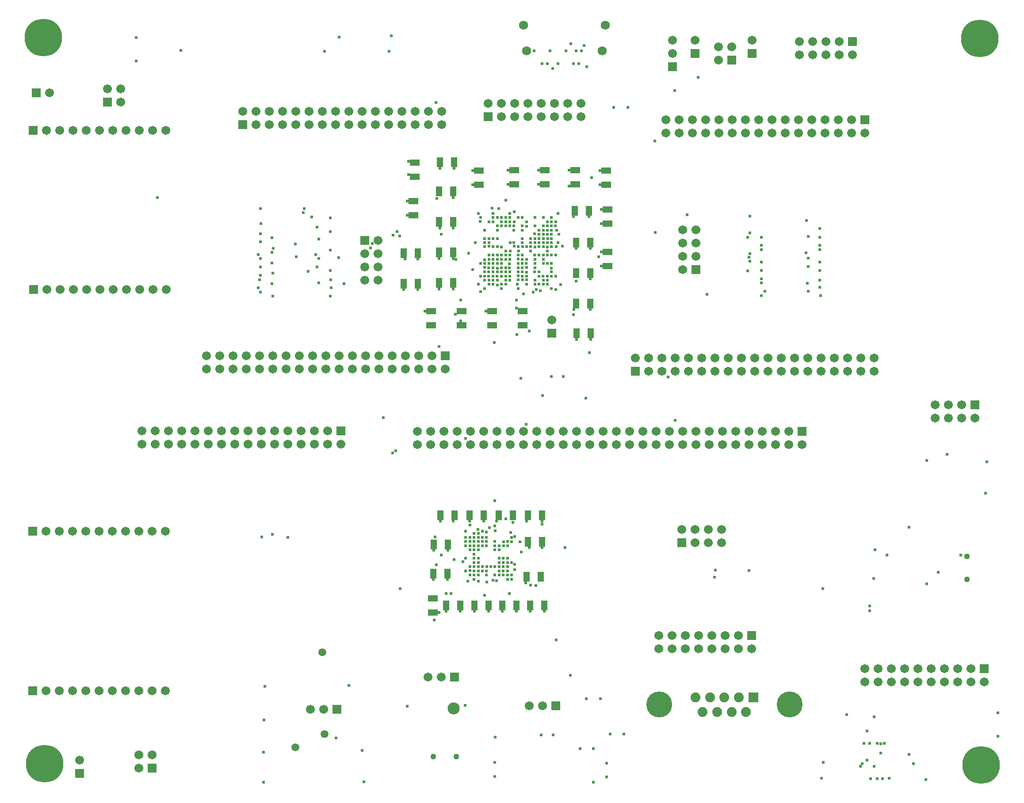
<source format=gbs>
%FSLAX44Y44*%
%MOMM*%
G71*
G01*
G75*
G04 Layer_Color=16711935*
G04:AMPARAMS|DCode=10|XSize=3.5mm|YSize=2.05mm|CornerRadius=0.5125mm|HoleSize=0mm|Usage=FLASHONLY|Rotation=0.000|XOffset=0mm|YOffset=0mm|HoleType=Round|Shape=RoundedRectangle|*
%AMROUNDEDRECTD10*
21,1,3.5000,1.0250,0,0,0.0*
21,1,2.4750,2.0500,0,0,0.0*
1,1,1.0250,1.2375,-0.5125*
1,1,1.0250,-1.2375,-0.5125*
1,1,1.0250,-1.2375,0.5125*
1,1,1.0250,1.2375,0.5125*
%
%ADD10ROUNDEDRECTD10*%
G04:AMPARAMS|DCode=11|XSize=4mm|YSize=2.05mm|CornerRadius=0.5125mm|HoleSize=0mm|Usage=FLASHONLY|Rotation=0.000|XOffset=0mm|YOffset=0mm|HoleType=Round|Shape=RoundedRectangle|*
%AMROUNDEDRECTD11*
21,1,4.0000,1.0250,0,0,0.0*
21,1,2.9750,2.0500,0,0,0.0*
1,1,1.0250,1.4875,-0.5125*
1,1,1.0250,-1.4875,-0.5125*
1,1,1.0250,-1.4875,0.5125*
1,1,1.0250,1.4875,0.5125*
%
%ADD11ROUNDEDRECTD11*%
G04:AMPARAMS|DCode=12|XSize=3.5mm|YSize=2.05mm|CornerRadius=0.5125mm|HoleSize=0mm|Usage=FLASHONLY|Rotation=0.000|XOffset=0mm|YOffset=0mm|HoleType=Round|Shape=RoundedRectangle|*
%AMROUNDEDRECTD12*
21,1,3.5000,1.0250,0,0,0.0*
21,1,2.4750,2.0500,0,0,0.0*
1,1,1.0250,1.2375,-0.5125*
1,1,1.0250,-1.2375,-0.5125*
1,1,1.0250,-1.2375,0.5125*
1,1,1.0250,1.2375,0.5125*
%
%ADD12ROUNDEDRECTD12*%
G04:AMPARAMS|DCode=13|XSize=2.8mm|YSize=0.5mm|CornerRadius=0.125mm|HoleSize=0mm|Usage=FLASHONLY|Rotation=0.000|XOffset=0mm|YOffset=0mm|HoleType=Round|Shape=RoundedRectangle|*
%AMROUNDEDRECTD13*
21,1,2.8000,0.2500,0,0,0.0*
21,1,2.5500,0.5000,0,0,0.0*
1,1,0.2500,1.2750,-0.1250*
1,1,0.2500,-1.2750,-0.1250*
1,1,0.2500,-1.2750,0.1250*
1,1,0.2500,1.2750,0.1250*
%
%ADD13ROUNDEDRECTD13*%
%ADD14R,1.0000X0.7000*%
%ADD15R,0.8500X0.7000*%
%ADD16R,2.1000X1.4000*%
%ADD17R,1.1000X1.7000*%
%ADD18O,1.6000X0.5500*%
%ADD19R,1.1000X2.6000*%
%ADD20R,1.1000X0.6000*%
%ADD21O,0.4500X1.8000*%
%ADD22R,1.0000X2.1500*%
%ADD23R,3.2500X2.1500*%
%ADD24R,2.6000X1.2000*%
%ADD25R,1.2000X2.6000*%
%ADD26R,1.7000X1.1000*%
%ADD27R,0.9500X1.7000*%
%ADD28R,1.3000X1.9000*%
%ADD29C,0.4500*%
%ADD30R,2.6000X1.1000*%
%ADD31R,0.3000X1.9000*%
%ADD32C,0.3600*%
%ADD33R,1.0000X2.4000*%
%ADD34R,3.3000X2.4000*%
G04:AMPARAMS|DCode=35|XSize=3.5mm|YSize=2.05mm|CornerRadius=0.5125mm|HoleSize=0mm|Usage=FLASHONLY|Rotation=270.000|XOffset=0mm|YOffset=0mm|HoleType=Round|Shape=RoundedRectangle|*
%AMROUNDEDRECTD35*
21,1,3.5000,1.0250,0,0,270.0*
21,1,2.4750,2.0500,0,0,270.0*
1,1,1.0250,-0.5125,-1.2375*
1,1,1.0250,-0.5125,1.2375*
1,1,1.0250,0.5125,1.2375*
1,1,1.0250,0.5125,-1.2375*
%
%ADD35ROUNDEDRECTD35*%
G04:AMPARAMS|DCode=36|XSize=4mm|YSize=2.05mm|CornerRadius=0.5125mm|HoleSize=0mm|Usage=FLASHONLY|Rotation=270.000|XOffset=0mm|YOffset=0mm|HoleType=Round|Shape=RoundedRectangle|*
%AMROUNDEDRECTD36*
21,1,4.0000,1.0250,0,0,270.0*
21,1,2.9750,2.0500,0,0,270.0*
1,1,1.0250,-0.5125,-1.4875*
1,1,1.0250,-0.5125,1.4875*
1,1,1.0250,0.5125,1.4875*
1,1,1.0250,0.5125,-1.4875*
%
%ADD36ROUNDEDRECTD36*%
G04:AMPARAMS|DCode=37|XSize=3.5mm|YSize=2.05mm|CornerRadius=0.5125mm|HoleSize=0mm|Usage=FLASHONLY|Rotation=270.000|XOffset=0mm|YOffset=0mm|HoleType=Round|Shape=RoundedRectangle|*
%AMROUNDEDRECTD37*
21,1,3.5000,1.0250,0,0,270.0*
21,1,2.4750,2.0500,0,0,270.0*
1,1,1.0250,-0.5125,-1.2375*
1,1,1.0250,-0.5125,1.2375*
1,1,1.0250,0.5125,1.2375*
1,1,1.0250,0.5125,-1.2375*
%
%ADD37ROUNDEDRECTD37*%
G04:AMPARAMS|DCode=38|XSize=2.8mm|YSize=0.5mm|CornerRadius=0.125mm|HoleSize=0mm|Usage=FLASHONLY|Rotation=270.000|XOffset=0mm|YOffset=0mm|HoleType=Round|Shape=RoundedRectangle|*
%AMROUNDEDRECTD38*
21,1,2.8000,0.2500,0,0,270.0*
21,1,2.5500,0.5000,0,0,270.0*
1,1,0.2500,-0.1250,-1.2750*
1,1,0.2500,-0.1250,1.2750*
1,1,0.2500,0.1250,1.2750*
1,1,0.2500,0.1250,-1.2750*
%
%ADD38ROUNDEDRECTD38*%
%ADD39R,1.8000X2.0000*%
%ADD40R,3.0000X2.5000*%
%ADD41C,0.2000*%
%ADD42C,0.1000*%
%ADD43C,0.2540*%
%ADD44C,0.8000*%
%ADD45C,1.0000*%
%ADD46C,0.5000*%
%ADD47C,1.4000*%
%ADD48C,1.5000*%
%ADD49R,1.5000X1.5000*%
%ADD50C,0.9000*%
%ADD51C,4.7600*%
%ADD52R,1.6900X1.6900*%
%ADD53C,1.6900*%
%ADD54R,1.5000X1.5000*%
%ADD55C,1.5240*%
%ADD56C,0.4000*%
%ADD57C,7.0000*%
%ADD58C,1.3000*%
%ADD59C,2.1000*%
%ADD60C,1.0160*%
%ADD61C,1.4080*%
%ADD62C,1.4080*%
%ADD63C,3.7680*%
%ADD64C,1.5980*%
%ADD65C,1.8080*%
%ADD66C,0.7080*%
%ADD67C,5.5080*%
%ADD68C,2.1080*%
%ADD69C,0.4000*%
%ADD70C,0.2500*%
%ADD71C,0.6000*%
%ADD72C,0.2032*%
%ADD73C,0.1500*%
%ADD74C,0.7000*%
G04:AMPARAMS|DCode=75|XSize=3.7032mm|YSize=2.2532mm|CornerRadius=0.6141mm|HoleSize=0mm|Usage=FLASHONLY|Rotation=0.000|XOffset=0mm|YOffset=0mm|HoleType=Round|Shape=RoundedRectangle|*
%AMROUNDEDRECTD75*
21,1,3.7032,1.0250,0,0,0.0*
21,1,2.4750,2.2532,0,0,0.0*
1,1,1.2282,1.2375,-0.5125*
1,1,1.2282,-1.2375,-0.5125*
1,1,1.2282,-1.2375,0.5125*
1,1,1.2282,1.2375,0.5125*
%
%ADD75ROUNDEDRECTD75*%
G04:AMPARAMS|DCode=76|XSize=4.2032mm|YSize=2.2532mm|CornerRadius=0.6141mm|HoleSize=0mm|Usage=FLASHONLY|Rotation=0.000|XOffset=0mm|YOffset=0mm|HoleType=Round|Shape=RoundedRectangle|*
%AMROUNDEDRECTD76*
21,1,4.2032,1.0250,0,0,0.0*
21,1,2.9750,2.2532,0,0,0.0*
1,1,1.2282,1.4875,-0.5125*
1,1,1.2282,-1.4875,-0.5125*
1,1,1.2282,-1.4875,0.5125*
1,1,1.2282,1.4875,0.5125*
%
%ADD76ROUNDEDRECTD76*%
G04:AMPARAMS|DCode=77|XSize=3.7032mm|YSize=2.2532mm|CornerRadius=0.6141mm|HoleSize=0mm|Usage=FLASHONLY|Rotation=0.000|XOffset=0mm|YOffset=0mm|HoleType=Round|Shape=RoundedRectangle|*
%AMROUNDEDRECTD77*
21,1,3.7032,1.0250,0,0,0.0*
21,1,2.4750,2.2532,0,0,0.0*
1,1,1.2282,1.2375,-0.5125*
1,1,1.2282,-1.2375,-0.5125*
1,1,1.2282,-1.2375,0.5125*
1,1,1.2282,1.2375,0.5125*
%
%ADD77ROUNDEDRECTD77*%
G04:AMPARAMS|DCode=78|XSize=3.0032mm|YSize=0.7032mm|CornerRadius=0.2266mm|HoleSize=0mm|Usage=FLASHONLY|Rotation=0.000|XOffset=0mm|YOffset=0mm|HoleType=Round|Shape=RoundedRectangle|*
%AMROUNDEDRECTD78*
21,1,3.0032,0.2500,0,0,0.0*
21,1,2.5500,0.7032,0,0,0.0*
1,1,0.4532,1.2750,-0.1250*
1,1,0.4532,-1.2750,-0.1250*
1,1,0.4532,-1.2750,0.1250*
1,1,0.4532,1.2750,0.1250*
%
%ADD78ROUNDEDRECTD78*%
%ADD79R,1.2032X0.9032*%
%ADD80R,1.0532X0.9032*%
%ADD81R,2.3032X1.6032*%
%ADD82R,1.3032X1.9032*%
%ADD83O,1.8032X0.7532*%
%ADD84R,1.3032X2.8032*%
%ADD85R,1.3032X0.8032*%
%ADD86O,0.6532X2.0032*%
%ADD87R,1.2032X2.3532*%
%ADD88R,3.4532X2.3532*%
%ADD89R,2.8032X1.4032*%
%ADD90R,1.4032X2.8032*%
%ADD91R,1.9032X1.3032*%
%ADD92R,1.1532X1.9032*%
%ADD93R,1.5032X2.1032*%
%ADD94C,0.5700*%
%ADD95R,2.8032X1.3032*%
%ADD96R,0.5032X2.1032*%
%ADD97C,0.4800*%
%ADD98R,1.2032X2.6032*%
%ADD99R,3.5032X2.6032*%
G04:AMPARAMS|DCode=100|XSize=3.7032mm|YSize=2.2532mm|CornerRadius=0.6141mm|HoleSize=0mm|Usage=FLASHONLY|Rotation=270.000|XOffset=0mm|YOffset=0mm|HoleType=Round|Shape=RoundedRectangle|*
%AMROUNDEDRECTD100*
21,1,3.7032,1.0250,0,0,270.0*
21,1,2.4750,2.2532,0,0,270.0*
1,1,1.2282,-0.5125,-1.2375*
1,1,1.2282,-0.5125,1.2375*
1,1,1.2282,0.5125,1.2375*
1,1,1.2282,0.5125,-1.2375*
%
%ADD100ROUNDEDRECTD100*%
G04:AMPARAMS|DCode=101|XSize=4.2032mm|YSize=2.2532mm|CornerRadius=0.6141mm|HoleSize=0mm|Usage=FLASHONLY|Rotation=270.000|XOffset=0mm|YOffset=0mm|HoleType=Round|Shape=RoundedRectangle|*
%AMROUNDEDRECTD101*
21,1,4.2032,1.0250,0,0,270.0*
21,1,2.9750,2.2532,0,0,270.0*
1,1,1.2282,-0.5125,-1.4875*
1,1,1.2282,-0.5125,1.4875*
1,1,1.2282,0.5125,1.4875*
1,1,1.2282,0.5125,-1.4875*
%
%ADD101ROUNDEDRECTD101*%
G04:AMPARAMS|DCode=102|XSize=3.7032mm|YSize=2.2532mm|CornerRadius=0.6141mm|HoleSize=0mm|Usage=FLASHONLY|Rotation=270.000|XOffset=0mm|YOffset=0mm|HoleType=Round|Shape=RoundedRectangle|*
%AMROUNDEDRECTD102*
21,1,3.7032,1.0250,0,0,270.0*
21,1,2.4750,2.2532,0,0,270.0*
1,1,1.2282,-0.5125,-1.2375*
1,1,1.2282,-0.5125,1.2375*
1,1,1.2282,0.5125,1.2375*
1,1,1.2282,0.5125,-1.2375*
%
%ADD102ROUNDEDRECTD102*%
G04:AMPARAMS|DCode=103|XSize=3.0032mm|YSize=0.7032mm|CornerRadius=0.2266mm|HoleSize=0mm|Usage=FLASHONLY|Rotation=270.000|XOffset=0mm|YOffset=0mm|HoleType=Round|Shape=RoundedRectangle|*
%AMROUNDEDRECTD103*
21,1,3.0032,0.2500,0,0,270.0*
21,1,2.5500,0.7032,0,0,270.0*
1,1,0.4532,-0.1250,-1.2750*
1,1,0.4532,-0.1250,1.2750*
1,1,0.4532,0.1250,1.2750*
1,1,0.4532,0.1250,-1.2750*
%
%ADD103ROUNDEDRECTD103*%
%ADD104R,2.0032X2.2032*%
%ADD105R,3.2032X2.7032*%
%ADD106C,1.7032*%
%ADD107R,1.7032X1.7032*%
%ADD108C,1.1032*%
%ADD109C,4.9632*%
%ADD110R,1.8932X1.8932*%
%ADD111C,1.8932*%
%ADD112R,1.7032X1.7032*%
%ADD113C,1.7272*%
%ADD114C,0.6032*%
%ADD115C,7.2032*%
%ADD116C,1.5032*%
%ADD117C,2.3032*%
D82*
X1387420Y1123560D02*
D03*
X1414420D02*
D03*
X1321580Y1296280D02*
D03*
X1348580D02*
D03*
X1336350Y1240400D02*
D03*
X1309350D02*
D03*
X1332810Y1123560D02*
D03*
X1359810D02*
D03*
X1440760D02*
D03*
X1467760D02*
D03*
X1494100D02*
D03*
X1521100D02*
D03*
X1377460Y1296280D02*
D03*
X1404460D02*
D03*
X1433340D02*
D03*
X1460340D02*
D03*
X1489220D02*
D03*
X1516220D02*
D03*
X1489690Y1245480D02*
D03*
X1516690D02*
D03*
X1308080Y1184520D02*
D03*
X1335080D02*
D03*
X1487150Y1178170D02*
D03*
X1514150D02*
D03*
X1346010Y1916370D02*
D03*
X1319010D02*
D03*
X1346010Y1857950D02*
D03*
X1319010D02*
D03*
Y1799530D02*
D03*
X1346010D02*
D03*
X1319010Y1741110D02*
D03*
X1346010D02*
D03*
X1251700Y1739840D02*
D03*
X1278700D02*
D03*
X1251700Y1798260D02*
D03*
X1278700D02*
D03*
X1609700Y1644590D02*
D03*
X1582700D02*
D03*
X1321080Y1972250D02*
D03*
X1348080D02*
D03*
X1605890Y1879540D02*
D03*
X1578890D02*
D03*
X1581900Y1818580D02*
D03*
X1608900D02*
D03*
X1581900Y1760160D02*
D03*
X1608900D02*
D03*
X1581900Y1701740D02*
D03*
X1608900D02*
D03*
D91*
X1307610Y1137060D02*
D03*
Y1110060D02*
D03*
X1641920Y1773330D02*
D03*
Y1800330D02*
D03*
Y1881610D02*
D03*
Y1854610D02*
D03*
X1639380Y1956540D02*
D03*
Y1929540D02*
D03*
X1269810Y1898120D02*
D03*
Y1871120D02*
D03*
X1272350Y1971780D02*
D03*
Y1944780D02*
D03*
X1579690Y1930340D02*
D03*
Y1957340D02*
D03*
X1521270Y1930340D02*
D03*
Y1957340D02*
D03*
X1462850D02*
D03*
Y1930340D02*
D03*
X1395540Y1956540D02*
D03*
Y1929540D02*
D03*
X1479360Y1659830D02*
D03*
Y1686830D02*
D03*
X1420940Y1659830D02*
D03*
Y1686830D02*
D03*
X1362520D02*
D03*
Y1659830D02*
D03*
X1304100Y1686830D02*
D03*
Y1659830D02*
D03*
D106*
X873760Y1576070D02*
D03*
Y1601470D02*
D03*
X899160Y1576070D02*
D03*
Y1601470D02*
D03*
X924560Y1576070D02*
D03*
Y1601470D02*
D03*
X949960Y1576070D02*
D03*
Y1601470D02*
D03*
X975360Y1576070D02*
D03*
Y1601470D02*
D03*
X1000760Y1576070D02*
D03*
Y1601470D02*
D03*
X1026160Y1576070D02*
D03*
Y1601470D02*
D03*
X1051560Y1576070D02*
D03*
Y1601470D02*
D03*
X1076960Y1576070D02*
D03*
Y1601470D02*
D03*
X1102360Y1576070D02*
D03*
Y1601470D02*
D03*
X1127760Y1576070D02*
D03*
Y1601470D02*
D03*
X1153160Y1576070D02*
D03*
Y1601470D02*
D03*
X1178560Y1576070D02*
D03*
Y1601470D02*
D03*
X1203960Y1576070D02*
D03*
Y1601470D02*
D03*
X1229360Y1576070D02*
D03*
Y1601470D02*
D03*
X1254760Y1576070D02*
D03*
Y1601470D02*
D03*
X1280160Y1576070D02*
D03*
Y1601470D02*
D03*
X1305560Y1576070D02*
D03*
Y1601470D02*
D03*
X1330960Y1576070D02*
D03*
X1202690Y1746250D02*
D03*
X1177290D02*
D03*
X1202690Y1771650D02*
D03*
X1177290D02*
D03*
X1202690Y1797050D02*
D03*
X1177290D02*
D03*
X1202690Y1822450D02*
D03*
X1785620Y1842770D02*
D03*
X1811020D02*
D03*
X1785620Y1817370D02*
D03*
X1811020D02*
D03*
X1785620Y1791970D02*
D03*
X1811020D02*
D03*
X1785620Y1766570D02*
D03*
X573700Y2105200D02*
D03*
X568000Y1728600D02*
D03*
X593400D02*
D03*
X618800D02*
D03*
X644200D02*
D03*
X669600D02*
D03*
X695000D02*
D03*
X720400D02*
D03*
X745800D02*
D03*
X771200D02*
D03*
X796600D02*
D03*
X567800Y2033600D02*
D03*
X593200D02*
D03*
X618600D02*
D03*
X644000D02*
D03*
X669400D02*
D03*
X694800D02*
D03*
X720200D02*
D03*
X745600D02*
D03*
X771000D02*
D03*
X796400D02*
D03*
X709700Y2113000D02*
D03*
Y2087600D02*
D03*
X684300Y2113000D02*
D03*
X1379220Y1456690D02*
D03*
Y1431290D02*
D03*
X1353820Y1456690D02*
D03*
Y1431290D02*
D03*
X1328420Y1456690D02*
D03*
Y1431290D02*
D03*
X1303020Y1456690D02*
D03*
Y1431290D02*
D03*
X1277620Y1456690D02*
D03*
Y1431290D02*
D03*
X2014220D02*
D03*
X1988820Y1456690D02*
D03*
Y1431290D02*
D03*
X1963420Y1456690D02*
D03*
Y1431290D02*
D03*
X1938020Y1456690D02*
D03*
Y1431290D02*
D03*
X1912620Y1456690D02*
D03*
Y1431290D02*
D03*
X1887220Y1456690D02*
D03*
Y1431290D02*
D03*
X1861820Y1456690D02*
D03*
Y1431290D02*
D03*
X1836420Y1456690D02*
D03*
Y1431290D02*
D03*
X1811020Y1456690D02*
D03*
Y1431290D02*
D03*
X1785620Y1456690D02*
D03*
Y1431290D02*
D03*
X1760220Y1456690D02*
D03*
Y1431290D02*
D03*
X1734820Y1456690D02*
D03*
Y1431290D02*
D03*
X1709420Y1456690D02*
D03*
Y1431290D02*
D03*
X1684020Y1456690D02*
D03*
Y1431290D02*
D03*
X1658620Y1456690D02*
D03*
Y1431290D02*
D03*
X1633220Y1456690D02*
D03*
Y1431290D02*
D03*
X1607820Y1456690D02*
D03*
Y1431290D02*
D03*
X1582420Y1456690D02*
D03*
Y1431290D02*
D03*
X1557020Y1456690D02*
D03*
Y1431290D02*
D03*
X1531620Y1456690D02*
D03*
Y1431290D02*
D03*
X1506220Y1456690D02*
D03*
Y1431290D02*
D03*
X1480820Y1456690D02*
D03*
Y1431290D02*
D03*
X1455420Y1456690D02*
D03*
Y1431290D02*
D03*
X1430020Y1456690D02*
D03*
Y1431290D02*
D03*
X1404620Y1456690D02*
D03*
Y1431290D02*
D03*
X566300Y960120D02*
D03*
X591700D02*
D03*
X617100D02*
D03*
X642500D02*
D03*
X667900D02*
D03*
X693300D02*
D03*
X718700D02*
D03*
X744100D02*
D03*
X769500D02*
D03*
X794900D02*
D03*
X566300Y1265100D02*
D03*
X591700D02*
D03*
X617100D02*
D03*
X642500D02*
D03*
X667900D02*
D03*
X693300D02*
D03*
X718700D02*
D03*
X744100D02*
D03*
X769500D02*
D03*
X794900D02*
D03*
X744220Y836930D02*
D03*
X769620D02*
D03*
X744220Y811530D02*
D03*
X631190Y826770D02*
D03*
X1324610Y2070100D02*
D03*
Y2044700D02*
D03*
X1299210Y2070100D02*
D03*
Y2044700D02*
D03*
X1273810Y2070100D02*
D03*
Y2044700D02*
D03*
X1248410Y2070100D02*
D03*
Y2044700D02*
D03*
X1223010Y2070100D02*
D03*
Y2044700D02*
D03*
X1197610Y2070100D02*
D03*
Y2044700D02*
D03*
X1172210Y2070100D02*
D03*
Y2044700D02*
D03*
X1146810Y2070100D02*
D03*
Y2044700D02*
D03*
X1121410Y2070100D02*
D03*
Y2044700D02*
D03*
X1096010Y2070100D02*
D03*
Y2044700D02*
D03*
X1070610Y2070100D02*
D03*
Y2044700D02*
D03*
X1045210Y2070100D02*
D03*
Y2044700D02*
D03*
X1019810Y2070100D02*
D03*
Y2044700D02*
D03*
X994410Y2070100D02*
D03*
Y2044700D02*
D03*
X969010Y2070100D02*
D03*
Y2044700D02*
D03*
X943610Y2070100D02*
D03*
X1753870Y2028190D02*
D03*
Y2053590D02*
D03*
X1779270Y2028190D02*
D03*
Y2053590D02*
D03*
X1804670Y2028190D02*
D03*
Y2053590D02*
D03*
X1830070Y2028190D02*
D03*
Y2053590D02*
D03*
X1855470Y2028190D02*
D03*
Y2053590D02*
D03*
X1880870Y2028190D02*
D03*
Y2053590D02*
D03*
X1906270Y2028190D02*
D03*
Y2053590D02*
D03*
X1931670Y2028190D02*
D03*
Y2053590D02*
D03*
X1957070Y2028190D02*
D03*
Y2053590D02*
D03*
X1982470Y2028190D02*
D03*
Y2053590D02*
D03*
X2007870Y2028190D02*
D03*
Y2053590D02*
D03*
X2033270Y2028190D02*
D03*
Y2053590D02*
D03*
X2058670Y2028190D02*
D03*
Y2053590D02*
D03*
X2084070Y2028190D02*
D03*
Y2053590D02*
D03*
X2109470Y2028190D02*
D03*
Y2053590D02*
D03*
X2134870Y2028190D02*
D03*
X2152650Y1597660D02*
D03*
Y1572260D02*
D03*
X2127250Y1597660D02*
D03*
Y1572260D02*
D03*
X2101850Y1597660D02*
D03*
Y1572260D02*
D03*
X2076450Y1597660D02*
D03*
Y1572260D02*
D03*
X2051050Y1597660D02*
D03*
Y1572260D02*
D03*
X2025650Y1597660D02*
D03*
Y1572260D02*
D03*
X2000250Y1597660D02*
D03*
Y1572260D02*
D03*
X1974850Y1597660D02*
D03*
Y1572260D02*
D03*
X1949450Y1597660D02*
D03*
Y1572260D02*
D03*
X1924050Y1597660D02*
D03*
Y1572260D02*
D03*
X1898650Y1597660D02*
D03*
Y1572260D02*
D03*
X1873250Y1597660D02*
D03*
Y1572260D02*
D03*
X1847850Y1597660D02*
D03*
Y1572260D02*
D03*
X1822450Y1597660D02*
D03*
Y1572260D02*
D03*
X1797050Y1597660D02*
D03*
Y1572260D02*
D03*
X1771650Y1597660D02*
D03*
Y1572260D02*
D03*
X1746250Y1597660D02*
D03*
Y1572260D02*
D03*
X1720850Y1597660D02*
D03*
Y1572260D02*
D03*
X1695450Y1597660D02*
D03*
X1917700Y1040130D02*
D03*
X1892300Y1065530D02*
D03*
Y1040130D02*
D03*
X1866900Y1065530D02*
D03*
Y1040130D02*
D03*
X1841500Y1065530D02*
D03*
Y1040130D02*
D03*
X1816100Y1065530D02*
D03*
Y1040130D02*
D03*
X1790700Y1065530D02*
D03*
Y1040130D02*
D03*
X1765300Y1065530D02*
D03*
Y1040130D02*
D03*
X1739900Y1065530D02*
D03*
Y1040130D02*
D03*
X1517100Y931000D02*
D03*
X1491700D02*
D03*
X1323100Y986000D02*
D03*
X1297700D02*
D03*
X1098000Y924400D02*
D03*
X1072600D02*
D03*
X1860550Y1268730D02*
D03*
Y1243330D02*
D03*
X1835150Y1268730D02*
D03*
Y1243330D02*
D03*
X1809750Y1268730D02*
D03*
Y1243330D02*
D03*
X1784350Y1268730D02*
D03*
X2363470Y976630D02*
D03*
X2338070Y1002030D02*
D03*
Y976630D02*
D03*
X2312670Y1002030D02*
D03*
Y976630D02*
D03*
X2287270Y1002030D02*
D03*
Y976630D02*
D03*
X2261870Y1002030D02*
D03*
Y976630D02*
D03*
X2236470Y1002030D02*
D03*
Y976630D02*
D03*
X2211070Y1002030D02*
D03*
Y976630D02*
D03*
X2185670Y1002030D02*
D03*
Y976630D02*
D03*
X2160270Y1002030D02*
D03*
Y976630D02*
D03*
X2134870Y1002030D02*
D03*
Y976630D02*
D03*
X2009140Y2178050D02*
D03*
Y2203450D02*
D03*
X2034540Y2178050D02*
D03*
Y2203450D02*
D03*
X2059940Y2178050D02*
D03*
Y2203450D02*
D03*
X2085340Y2178050D02*
D03*
Y2203450D02*
D03*
X2110740Y2178050D02*
D03*
X1413510Y2085340D02*
D03*
X1438910Y2059940D02*
D03*
Y2085340D02*
D03*
X1464310Y2059940D02*
D03*
Y2085340D02*
D03*
X1489710Y2059940D02*
D03*
Y2085340D02*
D03*
X1515110Y2059940D02*
D03*
Y2085340D02*
D03*
X1540510Y2059940D02*
D03*
Y2085340D02*
D03*
X1565910Y2059940D02*
D03*
Y2085340D02*
D03*
X1591310Y2059940D02*
D03*
Y2085340D02*
D03*
X1918970Y2205990D02*
D03*
X1854200Y2193290D02*
D03*
X1879600D02*
D03*
X1854200Y2167890D02*
D03*
X1809750Y2205990D02*
D03*
X1766570Y2180590D02*
D03*
Y2205990D02*
D03*
X1535240Y1669990D02*
D03*
X2269490Y1482090D02*
D03*
Y1507490D02*
D03*
X2294890Y1482090D02*
D03*
Y1507490D02*
D03*
X2320290Y1482090D02*
D03*
Y1507490D02*
D03*
X2345690Y1482090D02*
D03*
X750570Y1432560D02*
D03*
Y1457960D02*
D03*
X775970Y1432560D02*
D03*
Y1457960D02*
D03*
X801370Y1432560D02*
D03*
Y1457960D02*
D03*
X826770Y1432560D02*
D03*
Y1457960D02*
D03*
X852170Y1432560D02*
D03*
Y1457960D02*
D03*
X877570Y1432560D02*
D03*
Y1457960D02*
D03*
X902970Y1432560D02*
D03*
Y1457960D02*
D03*
X928370Y1432560D02*
D03*
Y1457960D02*
D03*
X953770Y1432560D02*
D03*
Y1457960D02*
D03*
X979170Y1432560D02*
D03*
Y1457960D02*
D03*
X1004570Y1432560D02*
D03*
Y1457960D02*
D03*
X1029970Y1432560D02*
D03*
Y1457960D02*
D03*
X1055370Y1432560D02*
D03*
Y1457960D02*
D03*
X1080770Y1432560D02*
D03*
Y1457960D02*
D03*
X1106170Y1432560D02*
D03*
Y1457960D02*
D03*
X1131570Y1432560D02*
D03*
D107*
X1330960Y1601470D02*
D03*
X548300Y2105200D02*
D03*
X542600Y1728600D02*
D03*
X542400Y2033600D02*
D03*
X684300Y2087600D02*
D03*
X2014220Y1456690D02*
D03*
X540900Y960120D02*
D03*
Y1265100D02*
D03*
X943610Y2044700D02*
D03*
X2134870Y2053590D02*
D03*
X1695450Y1572260D02*
D03*
X1917700Y1065530D02*
D03*
X1542500Y931000D02*
D03*
X1348500Y986000D02*
D03*
X1123400Y924400D02*
D03*
X1784350Y1243330D02*
D03*
X2363470Y1002030D02*
D03*
X2110740Y2203450D02*
D03*
X1413510Y2059940D02*
D03*
X2345690Y1507490D02*
D03*
X1131570Y1457960D02*
D03*
D108*
X2329950Y1172900D02*
D03*
Y1216900D02*
D03*
X1308450Y834000D02*
D03*
X1352450D02*
D03*
D109*
X1740680Y933200D02*
D03*
X1990580D02*
D03*
D110*
X1921030Y947400D02*
D03*
D111*
X1907180Y919000D02*
D03*
X1893330Y947400D02*
D03*
X1879480Y919000D02*
D03*
X1865630Y947400D02*
D03*
X1851780Y919000D02*
D03*
X1837930Y947400D02*
D03*
X1824080Y919000D02*
D03*
X1810230Y947400D02*
D03*
D112*
X1177290Y1822450D02*
D03*
X1811020Y1766570D02*
D03*
X769620Y811530D02*
D03*
X631190Y801370D02*
D03*
X1918970Y2180590D02*
D03*
X1879600Y2167890D02*
D03*
X1809750Y2180590D02*
D03*
X1766570Y2155190D02*
D03*
X1535240Y1644590D02*
D03*
D113*
X1631950Y2185670D02*
D03*
X1486950D02*
D03*
X1637950Y2234670D02*
D03*
X1480950D02*
D03*
D114*
X1455597Y1802096D02*
D03*
X1910600Y1828800D02*
D03*
X1913100Y1790300D02*
D03*
X1243700Y1831100D02*
D03*
X1555200Y1811300D02*
D03*
X1500000Y1723700D02*
D03*
X1505000Y1161000D02*
D03*
X1494500Y1162200D02*
D03*
X1429400Y1170900D02*
D03*
X1470597Y1747397D02*
D03*
X1479296Y1747012D02*
D03*
X1469497Y1738797D02*
D03*
X1467697Y1707997D02*
D03*
X1502497Y1762500D02*
D03*
X1487102Y1770702D02*
D03*
X1486916Y1761744D02*
D03*
X1487291Y1746891D02*
D03*
X1478788Y1754212D02*
D03*
X1470700Y1762300D02*
D03*
X1478700D02*
D03*
X1478788Y1770126D02*
D03*
Y1778254D02*
D03*
X1470660Y1754886D02*
D03*
X1502700Y1770300D02*
D03*
X1502664Y1778254D02*
D03*
X1486700Y1738300D02*
D03*
Y1754300D02*
D03*
X1502664Y1746250D02*
D03*
X1471168Y1730248D02*
D03*
X1502664Y1738376D02*
D03*
X1510700Y1738300D02*
D03*
X1505712Y1728216D02*
D03*
X1470700Y1770300D02*
D03*
X1510700Y1762300D02*
D03*
Y1754300D02*
D03*
X1486400Y1778300D02*
D03*
X1430782Y1778254D02*
D03*
X1384030Y1766300D02*
D03*
X1406700Y1778300D02*
D03*
X1414780Y1778380D02*
D03*
X1406652Y1771142D02*
D03*
X1413764Y1770380D02*
D03*
X1422654D02*
D03*
X1422700Y1778300D02*
D03*
X1422782Y1786382D02*
D03*
X1430782Y1769618D02*
D03*
X1394206Y1189624D02*
D03*
X1386078Y1181608D02*
D03*
X1458280Y1205550D02*
D03*
X1450289Y1237539D02*
D03*
X1370330Y1213612D02*
D03*
X1364742Y1207008D02*
D03*
X1848612Y1190752D02*
D03*
X1314196Y1201166D02*
D03*
X1518666Y1746250D02*
D03*
X1526794Y1738376D02*
D03*
X1410208Y1237488D02*
D03*
X1542664Y1858264D02*
D03*
X1510534Y1834134D02*
D03*
X1543304Y1810512D02*
D03*
X1541526Y1850390D02*
D03*
X1494790Y1818386D02*
D03*
X1526601Y1842201D02*
D03*
X1544694Y1842262D02*
D03*
X1548892Y1834388D02*
D03*
X1502664Y1818386D02*
D03*
X1510792D02*
D03*
X1526790Y1818390D02*
D03*
X1732800Y2013272D02*
D03*
X1611376Y1943100D02*
D03*
X1503172Y1810258D02*
D03*
X1552194Y1737614D02*
D03*
X1518666Y1794256D02*
D03*
X1526794Y1794510D02*
D03*
X1546860Y1818386D02*
D03*
X1394206Y1253624D02*
D03*
X1394714Y1738376D02*
D03*
X1406652Y1746252D02*
D03*
X1360550Y1708150D02*
D03*
X1406652Y1762252D02*
D03*
X1398778Y1778254D02*
D03*
X1406652Y1785366D02*
D03*
X1351534Y1786382D02*
D03*
X1375664Y1798300D02*
D03*
X1414780Y1786382D02*
D03*
X1043940Y1815592D02*
D03*
X1414780Y1811528D02*
D03*
X1406652Y1818386D02*
D03*
X1313434Y2086864D02*
D03*
X1388872Y1818386D02*
D03*
X1430782Y1786382D02*
D03*
X1414697Y1818303D02*
D03*
X1394206Y1261618D02*
D03*
X979678Y1254252D02*
D03*
X1386078Y1245616D02*
D03*
X1370330Y1237488D02*
D03*
X1386216Y1229614D02*
D03*
X1378204D02*
D03*
X1454658Y1746250D02*
D03*
X1454718Y1754318D02*
D03*
X1486408Y1470152D02*
D03*
X1600200Y1520190D02*
D03*
X1414780Y1738380D02*
D03*
X1212596Y1482852D02*
D03*
X1361180Y1668780D02*
D03*
X1422652Y1746252D02*
D03*
X1414650Y1746250D02*
D03*
X1414271Y1753871D02*
D03*
X1430020Y1754378D02*
D03*
X1446717Y1746317D02*
D03*
X1438656Y1730248D02*
D03*
X1624584Y1791208D02*
D03*
X1534668Y1769364D02*
D03*
X1223264Y2184870D02*
D03*
X1534652Y1762252D02*
D03*
X1100328Y2184870D02*
D03*
X1433576Y1883390D02*
D03*
X1454658Y1874266D02*
D03*
X1045972Y1791208D02*
D03*
X1462698Y1850302D02*
D03*
X1470792Y1866392D02*
D03*
X1486662Y1849374D02*
D03*
X1463294Y1858264D02*
D03*
X1438656Y1866392D02*
D03*
X1454610Y1850390D02*
D03*
X1454658Y1858264D02*
D03*
Y1866392D02*
D03*
X1402334Y1253490D02*
D03*
X1422654Y1874266D02*
D03*
X1438610Y1850390D02*
D03*
X1438656Y1857756D02*
D03*
X1536950Y2151634D02*
D03*
X1136904Y1739590D02*
D03*
X2048256Y1732788D02*
D03*
X2026212Y1724914D02*
D03*
X1110996Y1715590D02*
D03*
X1001014D02*
D03*
X973328Y1731590D02*
D03*
X1914144Y1868860D02*
D03*
X1060688Y1883590D02*
D03*
X1075690Y1867590D02*
D03*
X2022602Y1860860D02*
D03*
X1110996Y1865376D02*
D03*
X1068832Y1763590D02*
D03*
X2048256Y1780794D02*
D03*
X2026158Y1788922D02*
D03*
X1088898Y1787652D02*
D03*
X1936242Y1828860D02*
D03*
X1001911Y1807464D02*
D03*
X1239012Y1839468D02*
D03*
X977132Y1787652D02*
D03*
X1191514Y1816608D02*
D03*
X998982Y1779524D02*
D03*
X1914144Y1782572D02*
D03*
X976884Y1755648D02*
D03*
X975360Y1747590D02*
D03*
X1110996Y1839722D02*
D03*
X1442212Y1189482D02*
D03*
X1458214Y1181616D02*
D03*
X1458350Y1173480D02*
D03*
X2291880Y1412494D02*
D03*
X1410379Y1167975D02*
D03*
X1386332Y1197582D02*
D03*
X1450340Y1213612D02*
D03*
X1476502Y1225296D02*
D03*
X1464190Y1201540D02*
D03*
X1374166Y1169416D02*
D03*
X1426210Y1275334D02*
D03*
X1245108Y1155192D02*
D03*
X1394206Y1197610D02*
D03*
X1402334Y1189584D02*
D03*
X1410232Y1189458D02*
D03*
X1386332Y1237488D02*
D03*
X1450340Y1197610D02*
D03*
X1323086Y1219454D02*
D03*
X1596950Y2195830D02*
D03*
X1601950Y2155190D02*
D03*
X1434338Y1237488D02*
D03*
X1442466Y1245362D02*
D03*
X1410208Y1181608D02*
D03*
X1332484Y1146302D02*
D03*
X2054098Y1155700D02*
D03*
X1454150Y1146302D02*
D03*
X1456182Y1262634D02*
D03*
X1341726Y1146302D02*
D03*
X1426464Y1266698D02*
D03*
X1770378Y2109978D02*
D03*
X1815769Y2135124D02*
D03*
X1398228Y1858772D02*
D03*
X780034Y1905000D02*
D03*
X1518666Y1850390D02*
D03*
X1447038Y1289096D02*
D03*
X2143506Y1122680D02*
D03*
X1474216Y1245362D02*
D03*
X1464310Y1255268D02*
D03*
X2143506Y1112770D02*
D03*
X2168398Y790956D02*
D03*
X2171590Y859028D02*
D03*
X2152090Y910082D02*
D03*
X2165090Y858526D02*
D03*
X2158492Y859126D02*
D03*
X1771142Y1477858D02*
D03*
X1406290Y1142746D02*
D03*
X1410208Y1263396D02*
D03*
X1516380Y1278636D02*
D03*
X1467866Y1642364D02*
D03*
X1426210Y1229614D02*
D03*
X1570990Y989330D02*
D03*
X1434338Y1229614D02*
D03*
X1425702Y1323594D02*
D03*
X1434338Y1189492D02*
D03*
X1415796Y1272032D02*
D03*
X1402334Y1197610D02*
D03*
X2024126Y1740408D02*
D03*
X1378204Y1181608D02*
D03*
X1510744Y1794256D02*
D03*
X1394206Y1213612D02*
D03*
X1442466Y1237488D02*
D03*
X1453642Y1770380D02*
D03*
X1394206Y1229614D02*
D03*
X1453896Y1778000D02*
D03*
X1446782Y1770382D02*
D03*
X1422656Y1794776D02*
D03*
X1494790Y1802384D02*
D03*
X1386236Y1221486D02*
D03*
X1467860Y1692926D02*
D03*
X1370076Y1443482D02*
D03*
X1518666Y1818386D02*
D03*
X1526794Y1810258D02*
D03*
X1794510Y1871726D02*
D03*
X1502664Y1826260D02*
D03*
X1606804Y1607566D02*
D03*
X1534668Y1794256D02*
D03*
X1410208Y1245616D02*
D03*
X1418336Y1197494D02*
D03*
X1402334Y1265560D02*
D03*
X1386332Y1213612D02*
D03*
X1393698Y1269238D02*
D03*
X1517650Y1525778D02*
D03*
X1394206Y1245616D02*
D03*
X1491722Y1233980D02*
D03*
X1502062Y1794617D02*
D03*
X1526794Y1834388D02*
D03*
X1758188Y1560830D02*
D03*
X1577044Y1679956D02*
D03*
X1534668Y1850390D02*
D03*
X1502618Y1786382D02*
D03*
X1568190Y1926276D02*
D03*
X1526790Y1850390D02*
D03*
X1510792Y1826260D02*
D03*
X1512824Y1726184D02*
D03*
X2139090Y882904D02*
D03*
X2274786Y1186900D02*
D03*
X2252730Y1164844D02*
D03*
X2318258Y1219962D02*
D03*
X2177130D02*
D03*
X1487188Y1284780D02*
D03*
X1370330Y1189482D02*
D03*
X1846580Y1177544D02*
D03*
X1450340Y1245616D02*
D03*
X2152142Y814832D02*
D03*
X2129320Y820420D02*
D03*
X1348232Y1211072D02*
D03*
X1464307Y1191511D02*
D03*
X1450340Y1189482D02*
D03*
X1402334Y1245616D02*
D03*
X1422226Y1171508D02*
D03*
X1434338Y1197610D02*
D03*
X1378458Y1237488D02*
D03*
X1442212Y1197610D02*
D03*
X1386230Y1173480D02*
D03*
X2253450Y1401280D02*
D03*
X1386332Y1189482D02*
D03*
X1378204Y1189901D02*
D03*
X1394290Y1169476D02*
D03*
X1458214Y1245362D02*
D03*
X1378204Y1197610D02*
D03*
X1912620Y1189736D02*
D03*
X2048256Y1845056D02*
D03*
X972876Y1795590D02*
D03*
X1088898Y1824736D02*
D03*
X1486662Y1858264D02*
D03*
X1526794Y1778300D02*
D03*
X1910080Y1764030D02*
D03*
X1936242Y1748790D02*
D03*
X2022136Y1798892D02*
D03*
X998940Y1799526D02*
D03*
X976884Y1723644D02*
D03*
X1088898Y1741424D02*
D03*
X1113028Y1731590D02*
D03*
X1111504Y1747590D02*
D03*
X1502410Y1834896D02*
D03*
X1082844Y1795590D02*
D03*
X1187740Y1808450D02*
D03*
X1446784Y1786384D02*
D03*
Y1802384D02*
D03*
X1430782Y1794256D02*
D03*
X1438656Y1810258D02*
D03*
X1323086Y1834388D02*
D03*
X1438908Y1762508D02*
D03*
X1398700Y1724204D02*
D03*
X1351020Y1680734D02*
D03*
X1438656Y1786382D02*
D03*
X1422652Y1762252D02*
D03*
X1534668Y1834268D02*
D03*
X1733042Y1838198D02*
D03*
X1527302Y1826260D02*
D03*
X1518644Y1754356D02*
D03*
X1126998Y1789684D02*
D03*
X976884Y1771650D02*
D03*
X1518666Y1834388D02*
D03*
X1936242Y1764860D02*
D03*
X1576858Y1868040D02*
D03*
X1446784Y1754378D02*
D03*
X1492132Y1648578D02*
D03*
X1059688Y1875590D02*
D03*
X1394636Y1874300D02*
D03*
X1463294Y1877822D02*
D03*
X1420622Y1884426D02*
D03*
X1260850Y1948844D02*
D03*
X1460340Y1282748D02*
D03*
X1446784Y1899666D02*
D03*
X1480820Y1720000D02*
D03*
X1534710Y1730290D02*
D03*
X1438656Y1794256D02*
D03*
X1314946Y1902838D02*
D03*
X2050034Y1716786D02*
D03*
X2048256Y1746504D02*
D03*
X1110996Y1765046D02*
D03*
X1001014Y1759712D02*
D03*
X1518666Y1738334D02*
D03*
X1542700Y1728268D02*
D03*
X1654010Y2077720D02*
D03*
X1406652Y1730248D02*
D03*
X1485118Y1166670D02*
D03*
X1936242Y1716860D02*
D03*
X1943608Y1724860D02*
D03*
X1260850Y1973812D02*
D03*
X1446784Y1858264D02*
D03*
X977082Y1819854D02*
D03*
X1230884Y1833118D02*
D03*
X1414740Y1826260D02*
D03*
X1321042Y1846450D02*
D03*
X1085850Y1847526D02*
D03*
X977900Y1854708D02*
D03*
X1542744Y1794256D02*
D03*
X1478788Y1786382D02*
D03*
X1832102Y1719326D02*
D03*
X1430782Y1737106D02*
D03*
X1446784Y1762252D02*
D03*
X1414066Y1762300D02*
D03*
X1438656Y1770380D02*
D03*
X1430782Y1746250D02*
D03*
X1319396Y1618996D02*
D03*
X1557566Y1562030D02*
D03*
X1446784Y1738384D02*
D03*
X1454655Y1762255D02*
D03*
X1410208Y1253490D02*
D03*
X1378204Y1277112D02*
D03*
X1235964Y1419352D02*
D03*
X1386332Y1261618D02*
D03*
X1370330Y1253490D02*
D03*
X999832Y1259498D02*
D03*
X1386332Y1253490D02*
D03*
X1029462Y1253998D02*
D03*
X1370330Y1245616D02*
D03*
Y1265682D02*
D03*
X1311712Y1254440D02*
D03*
X1230122Y1415288D02*
D03*
X1378204Y1253490D02*
D03*
Y1245616D02*
D03*
X1346548Y1284780D02*
D03*
X1577836Y1690240D02*
D03*
X1429276Y1284780D02*
D03*
X1450340Y1205484D02*
D03*
X2026158Y1830578D02*
D03*
X1586992Y2161286D02*
D03*
X1581912Y2186178D02*
D03*
X1571950Y2199386D02*
D03*
X1936242Y1780860D02*
D03*
Y1812860D02*
D03*
X976884Y1835658D02*
D03*
X998922Y1827530D02*
D03*
X1914212Y1836860D02*
D03*
X2048256Y1828800D02*
D03*
Y1812860D02*
D03*
X1085342Y1771590D02*
D03*
X2026158Y1772920D02*
D03*
X2048256Y1764792D02*
D03*
X976884Y1883664D02*
D03*
X1501140Y2186178D02*
D03*
X1526950Y2161286D02*
D03*
X1422654Y1858264D02*
D03*
X1422504Y1866496D02*
D03*
X1414780Y1794256D02*
D03*
X1253732Y1786760D02*
D03*
X1627880Y1929540D02*
D03*
X1518666Y1786334D02*
D03*
X1534668Y1818386D02*
D03*
X1546764Y1874300D02*
D03*
X2144014Y859028D02*
D03*
X1534668Y1858264D02*
D03*
X2126090Y814832D02*
D03*
X2227834Y819912D02*
D03*
X2165090Y840740D02*
D03*
X1581900Y1744596D02*
D03*
X2055330Y822960D02*
D03*
X2145538Y790956D02*
D03*
X2158492D02*
D03*
X2180844Y792480D02*
D03*
X1526784Y1802384D02*
D03*
X2139090Y827024D02*
D03*
X2219198Y838200D02*
D03*
X1332810Y1112060D02*
D03*
X1308080Y1173020D02*
D03*
X1426100Y822400D02*
D03*
X1309350Y1228900D02*
D03*
X1387420Y1112060D02*
D03*
X1321580Y1284780D02*
D03*
X1394290Y1205540D02*
D03*
X1440760Y1112060D02*
D03*
X1515110Y875310D02*
D03*
X1426290Y1197540D02*
D03*
X1402290Y1237540D02*
D03*
X1434290Y1181540D02*
D03*
X1377460Y1284780D02*
D03*
X1442290Y1181540D02*
D03*
X1434290Y1205540D02*
D03*
X1450290Y1173540D02*
D03*
X1434290Y1213540D02*
D03*
X1426290Y1237540D02*
D03*
X1494100Y1112060D02*
D03*
X1458290Y1253540D02*
D03*
X1589150Y849100D02*
D03*
X1600900Y944300D02*
D03*
X1639999Y820550D02*
D03*
X1672850Y876800D02*
D03*
X1278700Y1728340D02*
D03*
X1424940Y1626741D02*
D03*
X1319010Y1729610D02*
D03*
X1278700Y1786760D02*
D03*
X1319010Y1788030D02*
D03*
X1422700Y1738300D02*
D03*
X1406700Y1754300D02*
D03*
X1258310Y1871120D02*
D03*
X1438700Y1754300D02*
D03*
X1430700Y1762300D02*
D03*
X1406700Y1810300D02*
D03*
X1430700D02*
D03*
X1470700Y1778300D02*
D03*
X1446700Y1794300D02*
D03*
X1422700Y1826300D02*
D03*
X1406700Y1842300D02*
D03*
X1609700Y1633090D02*
D03*
X1398700Y1866300D02*
D03*
X739500Y2166200D02*
D03*
X1430700Y1842300D02*
D03*
X1534700Y1754300D02*
D03*
X1518700Y1778300D02*
D03*
X1494700Y1810300D02*
D03*
X1478700Y1826300D02*
D03*
X1446700Y1850300D02*
D03*
X1430700Y1866300D02*
D03*
X1462700Y1842300D02*
D03*
X1510700Y1810300D02*
D03*
X1478700Y1842300D02*
D03*
X1608900Y1690240D02*
D03*
X1321080Y1960750D02*
D03*
X1534700Y1810300D02*
D03*
X1518700Y1826300D02*
D03*
X739500Y2211200D02*
D03*
X1478700Y1866300D02*
D03*
X1510700Y1842300D02*
D03*
X1502700Y1850300D02*
D03*
X1534700Y1842300D02*
D03*
X1608900Y1748660D02*
D03*
X1384040Y1956540D02*
D03*
X1518700Y1866300D02*
D03*
X1534700D02*
D03*
X1608900Y1807080D02*
D03*
X1451350Y1957340D02*
D03*
X1630420Y1800330D02*
D03*
X2051520Y792410D02*
D03*
X1605890Y1868040D02*
D03*
X1509770Y1957340D02*
D03*
X1630420Y1854610D02*
D03*
X1568190Y1957340D02*
D03*
X1627880Y1956540D02*
D03*
X1936200Y1804860D02*
D03*
X1681010Y2077650D02*
D03*
X982750Y784399D02*
D03*
Y841700D02*
D03*
X983850Y904200D02*
D03*
X985500Y968200D02*
D03*
X1122060Y869061D02*
D03*
X1175750Y785500D02*
D03*
X1171800Y845100D02*
D03*
X1146900Y970200D02*
D03*
X1258500Y929900D02*
D03*
X1319110Y1110060D02*
D03*
X1309680Y1095550D02*
D03*
X1369200Y931800D02*
D03*
X1359810Y1112060D02*
D03*
X1426100Y795400D02*
D03*
X1335080Y1173020D02*
D03*
X1427100Y870700D02*
D03*
X1336350Y1228900D02*
D03*
X1414420Y1112060D02*
D03*
X1394290Y1181540D02*
D03*
X1386290Y1205540D02*
D03*
X1410290Y1197540D02*
D03*
X1394290Y1237540D02*
D03*
X1426290Y1181540D02*
D03*
X1467760Y1112060D02*
D03*
X1450290Y1181540D02*
D03*
X1442290Y1205540D02*
D03*
X1426290Y1245540D02*
D03*
X1538110Y875310D02*
D03*
X1442290Y1213540D02*
D03*
X1404460Y1284780D02*
D03*
X1521100Y1112060D02*
D03*
X1543900Y1057200D02*
D03*
X998940Y1739590D02*
D03*
X1614650Y784400D02*
D03*
Y849100D02*
D03*
X1516690Y1233980D02*
D03*
X1627900Y944300D02*
D03*
X1516220Y1284780D02*
D03*
X1647350Y876800D02*
D03*
X1639999Y795050D02*
D03*
X1560900Y1234200D02*
D03*
X1110940Y1803590D02*
D03*
X1292600Y1686830D02*
D03*
X1251700Y1728340D02*
D03*
X1475740Y1558740D02*
D03*
X1346010Y1729610D02*
D03*
X1409440Y1686830D02*
D03*
X1534630Y1562030D02*
D03*
X1346010Y1788030D02*
D03*
X1398700Y1754300D02*
D03*
X1438700Y1738300D02*
D03*
X1422700Y1754300D02*
D03*
X1258310Y1898120D02*
D03*
X1346010Y1846450D02*
D03*
X1438700Y1778300D02*
D03*
X1582700Y1633090D02*
D03*
X1422700Y1810300D02*
D03*
X1406700Y1826300D02*
D03*
X1454700Y1794300D02*
D03*
X1430700Y1826300D02*
D03*
X1526700Y1746300D02*
D03*
X1486700Y1786300D02*
D03*
X1470700Y1794300D02*
D03*
Y1810300D02*
D03*
X1462700Y1818300D02*
D03*
X1526700Y1754300D02*
D03*
X1414700Y1858300D02*
D03*
X1430700Y1850300D02*
D03*
X1346010Y1904870D02*
D03*
X1486700Y1810300D02*
D03*
X1478700Y1818300D02*
D03*
X1542700Y1754300D02*
D03*
X1534700Y1778300D02*
D03*
X1494700Y1826300D02*
D03*
X1446700Y1866300D02*
D03*
X1518700Y1810300D02*
D03*
X1478700Y1850300D02*
D03*
X1384040Y1929540D02*
D03*
X825030Y2186870D02*
D03*
X1348080Y1960750D02*
D03*
X1534700Y1826300D02*
D03*
X1518700Y1842300D02*
D03*
X1502700Y1866300D02*
D03*
X1526700Y1858300D02*
D03*
X1581900Y1807080D02*
D03*
X1451350Y1930340D02*
D03*
X1630420Y1773330D02*
D03*
X1509770Y1930340D02*
D03*
X1127690Y2211870D02*
D03*
X1630420Y1881610D02*
D03*
X2099780Y914330D02*
D03*
X1228020Y2214410D02*
D03*
X2132590Y858930D02*
D03*
X2151920Y1174920D02*
D03*
X2154380Y1229530D02*
D03*
X1936200Y1740860D02*
D03*
X1516950Y2161170D02*
D03*
X2251240Y789870D02*
D03*
X1531950Y2186170D02*
D03*
X1546950Y2161170D02*
D03*
X1914200Y1796860D02*
D03*
X1561950Y2186170D02*
D03*
X1576950Y2161170D02*
D03*
X1591950Y2186170D02*
D03*
X2219150Y1272710D02*
D03*
X2048200Y1804860D02*
D03*
X2389670Y872490D02*
D03*
Y917490D02*
D03*
X2365540Y1338510D02*
D03*
X2368080Y1398200D02*
D03*
X1454780Y1786490D02*
D03*
X1470880Y1786590D02*
D03*
X1463080Y1811690D02*
D03*
X1455480Y1818290D02*
D03*
X1478680Y1794690D02*
D03*
X1478880Y1810490D02*
D03*
X1471300Y1801900D02*
D03*
D115*
X2357030Y817790D02*
D03*
X563790Y820330D02*
D03*
X2354490Y2209710D02*
D03*
X561250Y2210980D02*
D03*
D116*
X1095600Y1033100D02*
D03*
X1043700Y851400D02*
D03*
X1099600Y877100D02*
D03*
D117*
X1347428Y925700D02*
D03*
M02*

</source>
